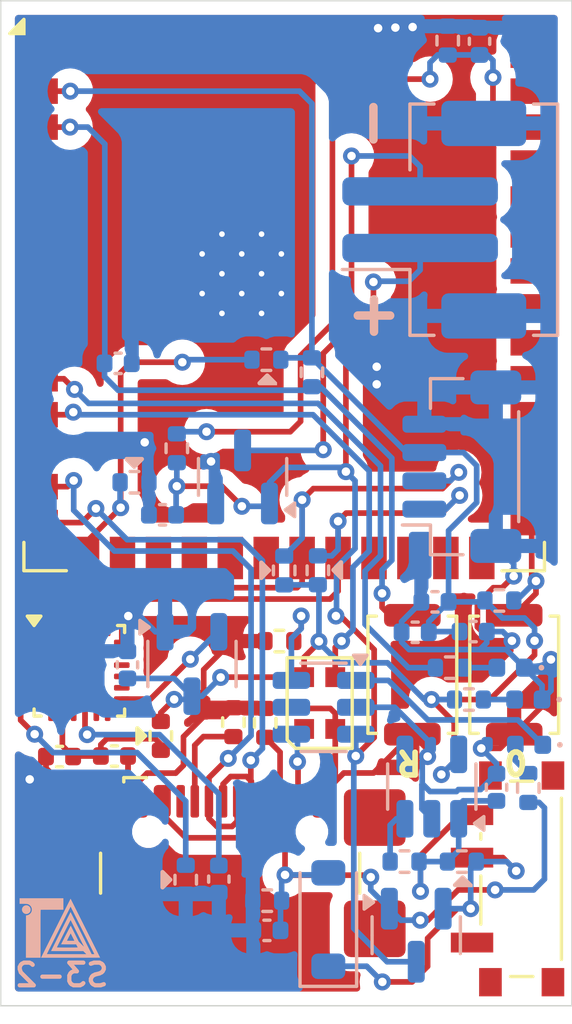
<source format=kicad_pcb>
(kicad_pcb (version 20240108) (generator "pcbnew") (generator_version "8.0")
  (layers (0 "F.Cu" signal) (31 "B.Cu" signal) (34 "B.Paste" user) (35 "F.Paste" user) (36 "B.SilkS" user "B.Silkscreen") (37 "F.SilkS" user "F.Silkscreen") (38 "B.Mask" user) (39 "F.Mask" user) (44 "Edge.Cuts" user))
  (net 0 "")
  (net 1 "EN")
  (net 2 "+1V8")
  (net 3 "Net-(U6-REGOUT)")
  (net 4 "+3.3V")
  (net 5 "5V")
  (net 6 "GND")
  (net 7 "IO2")
  (net 8 "+5V")
  (net 9 "Net-(D4-A)")
  (net 10 "+BATT")
  (net 11 "Net-(D2-A)")
  (net 13 "USB_P")
  (net 16 "Net-(J2-CC2)")
  (net 19 "USB_N")
  (net 21 "Net-(J2-CC1)")
  (net 22 "Net-(D3-A)")
  (net 23 "Net-(D4-K)")
  (net 24 "IO18")
  (net 25 "VBUS")
  (net 27 "IO14")
  (net 28 "IO13")
  (net 29 "Net-(J3-Pin_2)")
  (net 30 "IO0")
  (net 31 "IO3")
  (net 32 "Net-(U3-CE)")
  (net 33 "IO17")
  (net 34 "Net-(U4-PROG)")
  (net 36 "Net-(U6-RESV_VDDIO)")
  (footprint "RF_Module:ESP32-S3-WROOM-1" (layer "F.Cu") (at 67.875 63.46)
    (property "Reference" "U2" (hide yes))
    (property "Value" "ESP32-S3-WROOM-1" (hide yes))
  )
  (footprint "Resistor_SMD:R_0402_1005Metric" (layer "F.Cu") (at 67.205 81.785 90)
    (property "Reference" "R14" (hide yes))
    (property "Value" "5.1K" (hide yes))
  )
  (footprint "Button_Switch_SMD:SW_Push_SPST_NO_Alps_SKRK" (layer "F.Cu") (at 72.405 80.085 90)
    (property "Reference" "SW1" (hide yes))
    (property "Value" "SW_Push" (hide yes))
  )
  (footprint "Resistor_SMD:R_0402_1005Metric" (layer "F.Cu") (at 63.515 82.245 90)
    (property "Reference" "R16" (hide yes))
    (property "Value" "NC" (hide yes))
  )
  (footprint "Capacitor_SMD:C_0402_1005Metric" (layer "F.Cu") (at 61.875 82.955)
    (property "Reference" "C12" (hide yes))
    (property "Value" "1uF" (hide yes))
  )
  (footprint "Button_Switch_SMD:SW_SPDT_PCM12" (layer "F.Cu") (at 75.945 87.295 90)
    (property "Reference" "SW3" (hide yes))
    (property "Value" "SW_Push_SPDT" (hide yes))
  )
  (footprint "Sensor_Motion:InvenSense_QFN-24_3x3mm_P0.4mm" (layer "F.Cu") (at 60.635 79.945)
    (property "Reference" "U6" (hide yes))
    (property "Value" "MPU-9250" (hide yes))
  )
  (footprint "Resistor_SMD:R_0402_1005Metric" (layer "F.Cu") (at 67.705 78.895 180)
    (property "Reference" "R13" (hide yes))
    (property "Value" "2K" (hide yes))
  )
  (footprint "LED_SMD:LED_WS2812B-2020_PLCC4_2.0x2.0mm" (layer "F.Cu") (at 69.13 81.085 90)
    (property "Reference" "D5" (hide yes))
    (property "Value" "WS2812B" (hide yes))
  )
  (footprint "Button_Switch_SMD:SW_Push_SPST_NO_Alps_SKRK" (layer "F.Cu") (at 76.005 80.085 90)
    (property "Reference" "SW2" (hide yes))
    (property "Value" "SW_Push" (hide yes))
  )
  (footprint "Resistor_SMD:R_0402_1005Metric" (layer "F.Cu") (at 66.08 81.76 90)
    (property "Reference" "R15" (hide yes))
    (property "Value" "5.1K" (hide yes))
  )
  (footprint "Capacitor_SMD:C_0402_1005Metric" (layer "F.Cu") (at 59.935 82.975 180)
    (property "Reference" "C13" (hide yes))
    (property "Value" "1uF" (hide yes))
  )
  (footprint "Connector_USB:USB_C_Receptacle_GCT_USB4110" (layer "F.Cu") (at 65.965 88.235)
    (property "Reference" "J2" (hide yes))
    (property "Value" "USB_C_Receptacle_USB2.0_16P" (hide yes))
  )
  (footprint "Resistor_SMD:R_0402_1005Metric" (layer "B.Cu") (at 73.655 57.685 -90)
    (property "Reference" "R8" (hide yes))
    (property "Value" "100K" (hide yes))
  )
  (footprint "Resistor_SMD:R_0402_1005Metric" (layer "B.Cu") (at 74.155 86.685 180)
    (property "Reference" "R11" (hide yes))
    (property "Value" "NC" (hide yes))
  )
  (footprint "LOGO" (layer "B.Cu") (at 60.025 89.005 180)
    (property "Reference" "G***" (hide yes))
    (property "Value" "LOGO" (hide yes))
  )
  (footprint "Resistor_SMD:R_0402_1005Metric" (layer "B.Cu") (at 76.505 84.085 -90)
    (property "Reference" "R12" (hide yes))
    (property "Value" "2K" (hide yes))
  )
  (footprint "Package_TO_SOT_SMD:SOT-23" (layer "B.Cu") (at 72.5425 89.285 -90)
    (property "Reference" "Q1" (hide yes))
    (property "Value" "AO3401A" (hide yes))
  )
  (footprint "Capacitor_SMD:C_0402_1005Metric" (layer "B.Cu") (at 67.265 89.115)
    (property "Reference" "C9" (hide yes))
    (property "Value" "10uF" (hide yes))
  )
  (footprint "Resistor_SMD:R_0402_1005Metric" (layer "B.Cu") (at 67.875 76.4 90)
    (property "Reference" "R17" (hide yes))
    (property "Value" "10K" (hide yes))
  )
  (footprint "Capacitor_SMD:C_0402_1005Metric" (layer "B.Cu") (at 75.38 84.06 90)
    (property "Reference" "C4" (hide yes))
    (property "Value" "100nF" (hide yes))
  )
  (footprint "Resistor_SMD:R_0402_1005Metric" (layer "B.Cu") (at 74.405 80.96 180)
    (property "Reference" "R9" (hide yes))
    (property "Value" "2K" (hide yes))
  )
  (footprint "Connector_JST:JST_PH_B2B-PH-SM4-TB_1x02-1MP_P2.00mm_Vertical" (layer "B.Cu") (at 73.18 64.01 90)
    (property "Reference" "J3" (hide yes))
    (property "Value" "JST PH2.0" (hide yes))
  )
  (footprint "Resistor_SMD:R_0402_1005Metric" (layer "B.Cu") (at 64.395 87.325 -90)
    (property "Reference" "R19" (hide yes))
    (property "Value" "NC" (hide yes))
  )
  (footprint "Resistor_SMD:R_0402_1005Metric" (layer "B.Cu") (at 75.48 77.46 180)
    (property "Reference" "R3" (hide yes))
    (property "Value" "10K" (hide yes))
  )
  (footprint "LED_SMD:LED_0402_1005Metric" (layer "B.Cu") (at 76.505 80.96 180)
    (property "Reference" "D2" (hide yes))
    (property "Value" "RED" (hide yes))
  )
  (footprint "LED_SMD:LED_0402_1005Metric" (layer "B.Cu") (at 76.53 82.56 180)
    (property "Reference" "D4" (hide yes))
    (property "Value" "Blue" (hide yes))
  )
  (footprint "Package_TO_SOT_SMD:TSOT-23-6" (layer "B.Cu") (at 69.2675 81.235 180)
    (property "Reference" "U4" (hide yes))
    (property "Value" "TP4057" (hide yes))
  )
  (footprint "Capacitor_SMD:C_0402_1005Metric" (layer "B.Cu") (at 74.78 57.71 90)
    (property "Reference" "C5" (hide yes))
    (property "Value" "100nF" (hide yes))
  )
  (footprint "LED_SMD:LED_0402_1005Metric" (layer "B.Cu") (at 75.8775 79.835 180)
    (property "Reference" "D3" (hide yes))
    (property "Value" "GREEN" (hide yes))
  )
  (footprint "Package_TO_SOT_SMD:SOT-23-3" (layer "B.Cu") (at 64.615 79.705 -90)
    (property "Reference" "U5" (hide yes))
    (property "Value" "XC6206P182MR" (hide yes))
  )
  (footprint "Package_TO_SOT_SMD:SOT-23-5" (layer "B.Cu") (at 73.0925 84.035 90)
    (property "Reference" "U3" (hide yes))
    (property "Value" "ME6211C33M5" (hide yes))
  )
  (footprint "Resistor_SMD:R_0402_1005Metric" (layer "B.Cu") (at 68.855 69.4 90)
    (property "Reference" "R2" (hide yes))
    (property "Value" "10K" (hide yes))
  )
  (footprint "Resistor_SMD:R_0402_1005Metric" (layer "B.Cu") (at 73.73 79.835 180)
    (property "Reference" "R10" (hide yes))
    (property "Value" "2K" (hide yes))
  )
  (footprint "Resistor_SMD:R_0402_1005Metric" (layer "B.Cu") (at 62.585 73.285 180)
    (property "Reference" "R5" (hide yes))
    (property "Value" "NC" (hide yes))
  )
  (footprint "Capacitor_SMD:C_0402_1005Metric" (layer "B.Cu") (at 63.575 74.435 180)
    (property "Reference" "C10" (hide yes))
    (property "Value" "10uF" (hide yes))
  )
  (footprint "Resistor_SMD:R_0402_1005Metric" (layer "B.Cu") (at 67.275 88.065)
    (property "Reference" "R1" (hide yes))
    (property "Value" "10K" (hide yes))
  )
  (footprint "Capacitor_SMD:C_0402_1005Metric" (layer "B.Cu") (at 65.565 87.305 -90)
    (property "Reference" "C14" (hide yes))
    (property "Value" "0.1uF" (hide yes))
  )
  (footprint "Capacitor_SMD:C_0402_1005Metric" (layer "B.Cu") (at 62.005 69.085)
    (property "Reference" "C1" (hide yes))
    (property "Value" "1uF" (hide yes))
  )
  (footprint "Resistor_SMD:R_0402_1005Metric" (layer "B.Cu") (at 64.08 72.085 -90)
    (property "Reference" "R7" (hide yes))
    (property "Value" "100K" (hide yes))
  )
  (footprint "Capacitor_SMD:C_0402_1005Metric" (layer "B.Cu") (at 72.505 78.585 180)
    (property "Reference" "C8" (hide yes))
    (property "Value" "100nF" (hide yes))
  )
  (footprint "Resistor_SMD:R_0402_1005Metric" (layer "B.Cu") (at 72.13 86.685)
    (property "Reference" "R6" (hide yes))
    (property "Value" "10K" (hide yes))
  )
  (footprint "Capacitor_SMD:C_0402_1005Metric" (layer "B.Cu") (at 73.205 77.51 180)
    (property "Reference" "C7" (hide yes))
    (property "Value" "1uF" (hide yes))
  )
  (footprint "Resistor_SMD:R_0402_1005Metric" (layer "B.Cu") (at 69.065 76.395 -90)
    (property "Reference" "R18" (hide yes))
    (property "Value" "10K" (hide yes))
  )
  (footprint "Capacitor_SMD:C_0402_1005Metric" (layer "B.Cu") (at 74.555 78.56)
    (property "Reference" "C6" (hide yes))
    (property "Value" "100nF" (hide yes))
  )
  (footprint "Connector_JST:JST_SH_BM04B-SRSS-TB_1x04-1MP_P1.00mm_Vertical" (layer "B.Cu") (at 74.155 72.735 90)
    (property "Reference" "J1" (hide yes))
    (property "Value" "JST SH1.0" (hide yes))
  )
  (footprint "Package_TO_SOT_SMD:SOT-23" (layer "B.Cu") (at 66.405 73.0975 90)
    (property "Reference" "Q2" (hide yes))
    (property "Value" "AO3400A" (hide yes))
  )
  (footprint "Diode_SMD:D_SOD-123" (layer "B.Cu") (at 69.435 88.7325 90)
    (property "Reference" "D1" (hide yes))
    (property "Value" "MBR0530" (hide yes))
  )
  (footprint "Capacitor_SMD:C_0402_1005Metric" (layer "B.Cu") (at 62.335 79.735 90)
    (property "Reference" "C11" (hide yes))
    (property "Value" "1uF" (hide yes))
  )
  (footprint "Resistor_SMD:R_0402_1005Metric" (layer "B.Cu") (at 67.245 68.955)
    (property "Reference" "R4" (hide yes))
    (property "Value" "NC" (hide yes))
  )
  (gr_poly (pts (xy 74.185 87.245) (xy 74.455 87.515) (xy 73.915 87.515)) (stroke (width 0.15)) (fill solid) (layer "B.SilkS"))
  (gr_poly (pts (xy 69.615 76.385) (xy 69.885 76.115) (xy 69.885 76.655)) (stroke (width 0.15)) (fill solid) (layer "B.SilkS"))
  (gr_poly (pts (xy 67.275 69.515) (xy 67.545 69.785) (xy 67.005 69.785)) (stroke (width 0.15)) (fill solid) (layer "B.SilkS"))
  (gr_poly (pts (xy 62.575 72.735) (xy 62.305 72.465) (xy 62.845 72.465)) (stroke (width 0.15)) (fill solid) (layer "B.SilkS"))
  (gr_poly (pts (xy 63.845 87.325) (xy 63.575 87.595) (xy 63.575 87.055)) (stroke (width 0.15)) (fill solid) (layer "B.SilkS"))
  (gr_poly (pts (xy 67.335 76.395) (xy 67.065 76.665) (xy 67.065 76.125)) (stroke (width 0.15)) (fill solid) (layer "B.SilkS"))
  (gr_poly (pts (xy 62.955 82.245) (xy 62.685 81.975) (xy 62.685 82.515)) (stroke (width 0.15)) (fill solid) (layer "F.SilkS"))
  (gr_line (start 57.855 91.777499) (end 78.045 91.777499) (stroke (width 0.05)) (layer "Edge.Cuts"))
  (gr_line (start 57.855 91.777499) (end 57.855 56.275) (stroke (width 0.05)) (layer "Edge.Cuts"))
  (gr_line (start 78.045 56.275) (end 78.045 91.777499) (stroke (width 0.05)) (layer "Edge.Cuts"))
  (gr_line (start 78.045 56.275) (end 57.855 56.275) (stroke (width 0.05)) (layer "Edge.Cuts"))
  (gr_text "S3-2" (at 61.75 91.16 0) (layer "B.SilkS") (effects (font (size 0.8 0.8) (thickness 0.15) (bold yes)) (justify left bottom mirror)))
  (gr_text "-" (at 71.8 61.73 90) (layer "B.SilkS") (effects (font (size 1.5 1.5) (thickness 0.3) (bold yes)) (justify right bottom mirror)))
  (gr_text "+" (at 71.82 66.27 90) (layer "B.SilkS") (effects (font (size 1.5 1.5) (thickness 0.3) (bold yes)) (justify left bottom mirror)))
  (gr_text "0" (at 76.575 82.705 180) (layer "F.SilkS") (effects (font (size 0.8 0.8) (thickness 0.2) (bold yes)) (justify left bottom)))
  (gr_text "R" (at 72.825 82.715 180) (layer "F.SilkS") (effects (font (size 0.8 0.8) (thickness 0.2) (bold yes)) (justify left bottom)))
  (segment (start 71.335 77.705) (end 71.615 77.985) (width 0.2) (layer "F.Cu") (net 1))
  (segment (start 71.615 77.985) (end 72.405 77.985) (width 0.2) (layer "F.Cu") (net 1))
  (segment (start 59.125 60.74) (end 60.305 60.74) (width 0.2) (layer "F.Cu") (net 1))
  (segment (start 71.335 77.210002) (end 71.335 77.705) (width 0.2) (layer "F.Cu") (net 1))
  (via (at 60.305 60.74) (size 0.6) (drill 0.3) (layers "F.Cu" "B.Cu") (net 1))
  (via (at 71.335 77.210002) (size 0.6) (drill 0.3) (layers "F.Cu" "B.Cu") (net 1))
  (segment (start 60.935 60.74) (end 61.535 61.34) (width 0.2) (layer "B.Cu") (net 1))
  (segment (start 61.535 69.075) (end 61.525 69.085) (width 0.2) (layer "B.Cu") (net 1))
  (segment (start 68.73 70.035) (end 62.005 70.035) (width 0.2) (layer "B.Cu") (net 1))
  (segment (start 61.525 69.555) (end 61.525 69.085) (width 0.2) (layer "B.Cu") (net 1))
  (segment (start 69.155 69.91) (end 68.855 69.91) (width 0.2) (layer "B.Cu") (net 1))
  (segment (start 71.335 77.210002) (end 71.335 76.386372) (width 0.2) (layer "B.Cu") (net 1))
  (segment (start 60.305 60.74) (end 60.935 60.74) (width 0.2) (layer "B.Cu") (net 1))
  (segment (start 71.335 76.386372) (end 71.68 76.041372) (width 0.2) (layer "B.Cu") (net 1))
  (segment (start 71.68 72.435) (end 69.155 69.91) (width 0.2) (layer "B.Cu") (net 1))
  (segment (start 68.855 69.91) (end 68.73 70.035) (width 0.2) (layer "B.Cu") (net 1))
  (segment (start 71.68 76.041372) (end 71.68 72.435) (width 0.2) (layer "B.Cu") (net 1))
  (segment (start 62.005 70.035) (end 61.525 69.555) (width 0.2) (layer "B.Cu") (net 1))
  (segment (start 61.535 61.34) (end 61.535 69.075) (width 0.2) (layer "B.Cu") (net 1))
  (segment (start 60.435 82.955) (end 60.415 82.975) (width 0.2) (layer "F.Cu") (net 2))
  (segment (start 64.556719 79.53621) (end 63.147929 80.945) (width 0.2) (layer "F.Cu") (net 2))
  (segment (start 63.315 82.345) (end 61.605 82.345) (width 0.2) (layer "F.Cu") (net 2))
  (segment (start 61.395 82.555) (end 61.395 82.955) (width 0.2) (layer "F.Cu") (net 2))
  (segment (start 61.605 82.345) (end 61.395 82.555) (width 0.2) (layer "F.Cu") (net 2))
  (segment (start 63.515 82.545) (end 63.315 82.345) (width 0.2) (layer "F.Cu") (net 2))
  (segment (start 63.515 82.755) (end 63.515 82.545) (width 0.2) (layer "F.Cu") (net 2))
  (segment (start 60.415 82.975) (end 60.035 82.595) (width 0.2) (layer "F.Cu") (net 2))
  (segment (start 60.035 82.595) (end 60.035 81.445) (width 0.2) (layer "F.Cu") (net 2))
  (segment (start 61.395 82.955) (end 60.435 82.955) (width 0.2) (layer "F.Cu") (net 2))
  (segment (start 63.147929 80.945) (end 62.135 80.945) (width 0.2) (layer "F.Cu") (net 2))
  (via (at 64.556719 79.53621) (size 0.6) (drill 0.3) (layers "F.Cu" "B.Cu") (net 2))
  (segment (start 65.525429 78.5675) (end 64.556719 79.53621) (width 0.2) (layer "B.Cu") (net 2))
  (segment (start 65.565 78.5675) (end 65.525429 78.5675) (width 0.2) (layer "B.Cu") (net 2))
  (segment (start 60.835 81.445) (end 60.835 82.12315) (width 0.2) (layer "F.Cu") (net 3))
  (segment (start 60.835 82.12315) (end 60.911527 82.199677) (width 0.2) (layer "F.Cu") (net 3))
  (via (at 60.911527 82.199677) (size 0.6) (drill 0.3) (layers "F.Cu" "B.Cu") (net 3))
  (segment (start 63.469677 82.199677) (end 65.565 84.295) (width 0.2) (layer "B.Cu") (net 3))
  (segment (start 65.565 84.295) (end 65.565 86.825) (width 0.2) (layer "B.Cu") (net 3))
  (segment (start 60.911527 82.199677) (end 63.469677 82.199677) (width 0.2) (layer "B.Cu") (net 3))
  (segment (start 68.58 79.468924) (end 68.58 80.17) (width 0.2) (layer "F.Cu") (net 4))
  (segment (start 63.515 81.426458) (end 63.985729 80.955729) (width 0.2) (layer "F.Cu") (net 4))
  (segment (start 75.15 80.96) (end 73.08 80.96) (width 0.2) (layer "F.Cu") (net 4))
  (segment (start 65.639298 80.17) (end 68.58 80.17) (width 0.2) (layer "F.Cu") (net 4))
  (segment (start 73.885 81.765) (end 73.08 80.96) (width 0.2) (layer "F.Cu") (net 4))
  (segment (start 73.431595 83.61) (end 73.885 83.156595) (width 0.2) (layer "F.Cu") (net 4))
  (segment (start 69.103723 78.906453) (end 69.103723 78.945201) (width 0.2) (layer "F.Cu") (net 4))
  (segment (start 65.63 80.179298) (end 65.639298 80.17) (width 0.2) (layer "F.Cu") (net 4))
  (segment (start 63.515 81.735) (end 63.515 81.426458) (width 0.2) (layer "F.Cu") (net 4))
  (segment (start 69.103723 78.945201) (end 68.58 79.468924) (width 0.2) (layer "F.Cu") (net 4))
  (segment (start 73.885 83.156595) (end 73.885 81.765) (width 0.2) (layer "F.Cu") (net 4))
  (segment (start 59.125 59.47) (end 60.315 59.47) (width 0.2) (layer "F.Cu") (net 4))
  (segment (start 76.72517 78.885) (end 76.72517 79.38483) (width 0.2) (layer "F.Cu") (net 4))
  (segment (start 76.72517 79.38483) (end 75.15 80.96) (width 0.2) (layer "F.Cu") (net 4))
  (via (at 73.431595 83.61) (size 0.6) (drill 0.3) (layers "F.Cu" "B.Cu") (net 4))
  (via (at 63.985729 80.955729) (size 0.6) (drill 0.3) (layers "F.Cu" "B.Cu") (net 4))
  (via (at 76.72517 78.885) (size 0.6) (drill 0.3) (layers "F.Cu" "B.Cu") (net 4))
  (via (at 65.63 80.179298) (size 0.6) (drill 0.3) (layers "F.Cu" "B.Cu") (net 4))
  (via (at 73.08 80.96) (size 0.6) (drill 0.3) (layers "F.Cu" "B.Cu") (net 4))
  (via (at 69.103723 78.906453) (size 0.6) (drill 0.3) (layers "F.Cu" "B.Cu") (net 4))
  (via (at 60.315 59.47) (size 0.6) (drill 0.3) (layers "F.Cu" "B.Cu") (net 4))
  (segment (start 74.0425 82.8975) (end 74.0425 82.999095) (width 0.2) (layer "B.Cu") (net 4))
  (segment (start 76.37 78.08) (end 75.59 78.08) (width 0.2) (layer "B.Cu") (net 4))
  (segment (start 63.9875 80.215) (end 64.615 80.8425) (width 0.2) (layer "B.Cu") (net 4))
  (segment (start 72.985 78.21) (end 73.685 77.51) (width 0.2) (layer "B.Cu") (net 4))
  (segment (start 74.0425 82.999095) (end 73.431595 83.61) (width 0.2) (layer "B.Cu") (net 4))
  (segment (start 72.985 78.585) (end 72.985 78.21) (width 0.2) (layer "B.Cu") (net 4))
  (segment (start 74.215 72.235) (end 72.83 72.235) (width 0.2) (layer "B.Cu") (net 4))
  (segment (start 63.985729 80.955729) (end 64.501771 80.955729) (width 0.2) (layer "B.Cu") (net 4))
  (segment (start 62.335 80.215) (end 63.9875 80.215) (width 0.2) (layer "B.Cu") (net 4))
  (segment (start 68.855 68.89) (end 72.2 72.235) (width 0.2) (layer "B.Cu") (net 4))
  (segment (start 69.103723 78.943328) (end 69.103723 78.906453) (width 0.2) (layer "B.Cu") (net 4))
  (segment (start 76.72517 78.885) (end 76.72517 78.43517) (width 0.2) (layer "B.Cu") (net 4))
  (segment (start 76.72517 78.43517) (end 76.37 78.08) (width 0.2) (layer "B.Cu") (net 4))
  (segment (start 73.685 77.51) (end 73.685 74.995) (width 0.2) (layer "B.Cu") (net 4))
  (segment (start 64.501771 80.955729) (end 64.615 80.8425) (width 0.2) (layer "B.Cu") (net 4))
  (segment (start 74.92 77.51) (end 73.685 77.51) (width 0.2) (layer "B.Cu") (net 4))
  (segment (start 68.855 68.89) (end 67.82 68.89) (width 0.2) (layer "B.Cu") (net 4))
  (segment (start 74.97 77.46) (end 74.92 77.51) (width 0.2) (layer "B.Cu") (net 4))
  (segment (start 68.415 59.47) (end 68.855 59.91) (width 0.2) (layer "B.Cu") (net 4))
  (segment (start 65.63 80.179298) (end 64.966798 80.8425) (width 0.2) (layer "B.Cu") (net 4))
  (segment (start 73.08 80.96) (end 72.824314 80.96) (width 0.2) (layer "B.Cu") (net 4))
  (segment (start 71.527157 79.662843) (end 69.823238 79.662843) (width 0.2) (layer "B.Cu") (net 4))
  (segment (start 64.966798 80.8425) (end 64.615 80.8425) (width 0.2) (layer "B.Cu") (net 4))
  (segment (start 68.855 59.91) (end 68.855 68.89) (width 0.2) (layer "B.Cu") (net 4))
  (segment (start 73.895 80.96) (end 73.08 80.96) (width 0.2) (layer "B.Cu") (net 4))
  (segment (start 74.075 78.56) (end 73.01 78.56) (width 0.2) (layer "B.Cu") (net 4))
  (segment (start 75.59 78.08) (end 74.97 77.46) (width 0.2) (layer "B.Cu") (net 4))
  (segment (start 73.01 78.56) (end 72.985 78.585) (width 0.2) (layer "B.Cu") (net 4))
  (segment (start 72.2 72.235) (end 72.83 72.235) (width 0.2) (layer "B.Cu") (net 4))
  (segment (start 67.875 76.91) (end 69.05 76.91) (width 0.2) (layer "B.Cu") (net 4))
  (segment (start 73.685 74.995) (end 74.678299 74.001701) (width 0.2) (layer "B.Cu") (net 4))
  (segment (start 67.82 68.89) (end 67.755 68.955) (width 0.2) (layer "B.Cu") (net 4))
  (segment (start 74.678299 72.698299) (end 74.215 72.235) (width 0.2) (layer "B.Cu") (net 4))
  (segment (start 69.05 76.91) (end 69.103723 76.963723) (width 0.2) (layer "B.Cu") (net 4))
  (segment (start 60.315 59.47) (end 68.415 59.47) (width 0.2) (layer "B.Cu") (net 4))
  (segment (start 69.103723 76.963723) (end 69.103723 78.906453) (width 0.2) (layer "B.Cu") (net 4))
  (segment (start 69.823238 79.662843) (end 69.103723 78.943328) (width 0.2) (layer "B.Cu") (net 4))
  (segment (start 74.678299 74.001701) (end 74.678299 72.698299) (width 0.2) (layer "B.Cu") (net 4))
  (segment (start 72.824314 80.96) (end 71.527157 79.662843) (width 0.2) (layer "B.Cu") (net 4))
  (segment (start 74.515 85.045) (end 74.115 85.045) (width 0.2) (layer "F.Cu") (net 5))
  (segment (start 74.115 85.045) (end 72.692609 86.467391) (width 0.2) (layer "F.Cu") (net 5))
  (segment (start 72.692609 86.467391) (end 72.692609 87.73474) (width 0.2) (layer "F.Cu") (net 5))
  (via (at 72.692609 87.73474) (size 0.6) (drill 0.3) (layers "F.Cu" "B.Cu") (net 5))
  (segment (start 74.0425 85.11) (end 74.0425 85.1725) (width 0.2) (layer "B.Cu") (net 5))
  (segment (start 75.38 84.54) (end 74.2 84.54) (width 0.2) (layer "B.Cu") (net 5))
  (segment (start 74.0425 84.6975) (end 74.0425 85.11) (width 0.2) (layer "B.Cu") (net 5))
  (segment (start 72.64 86.685) (end 73.645 86.685) (width 0.2) (layer "B.Cu") (net 5))
  (segment (start 74.2 84.54) (end 74.0425 84.6975) (width 0.2) (layer "B.Cu") (net 5))
  (segment (start 72.692609 87.73474) (end 72.692609 86.737609) (width 0.2) (layer "B.Cu") (net 5))
  (segment (start 72.692609 86.737609) (end 72.64 86.685) (width 0.2) (layer "B.Cu") (net 5))
  (segment (start 74.0425 86.2875) (end 73.645 86.685) (width 0.2) (layer "B.Cu") (net 5))
  (segment (start 74.0425 85.1725) (end 74.0425 86.2875) (width 0.2) (layer "B.Cu") (net 5))
  (segment (start 62.135 77.865) (end 62.135 78.945) (width 0.2) (layer "F.Cu") (net 6))
  (segment (start 59.455 82.975) (end 59.455 83.505) (width 0.2) (layer "F.Cu") (net 6))
  (segment (start 67.205 81.275) (end 69.505 81.275) (width 0.2) (layer "F.Cu") (net 6))
  (segment (start 62.355 82.955) (end 62.355 84.145) (width 0.2) (layer "F.Cu") (net 6))
  (segment (start 64.04 83.56) (end 64.315 83.285) (width 0.2) (layer "F.Cu") (net 6))
  (segment (start 62.365 78.009999) (end 62.279999 78.009999) (width 0.2) (layer "F.Cu") (net 6))
  (segment (start 59.655 83.585) (end 62.255 83.585) (width 0.2) (layer "F.Cu") (net 6))
  (segment (start 59.455 83.505) (end 59.18 83.78) (width 0.2) (layer "F.Cu") (net 6))
  (segment (start 64.315 82.275) (end 65.03 81.56) (width 0.2) (layer "F.Cu") (net 6))
  (segment (start 62.08 77.81) (end 62.135 77.865) (width 0.2) (layer "F.Cu") (net 6))
  (segment (start 75.505002 82.684998) (end 76.005 82.185) (width 0.2) (layer "F.Cu") (net 6))
  (segment (start 75.579178 77.01) (end 75.987508 76.60167) (width 0.2) (layer "F.Cu") (net 6))
  (segment (start 59.18 83.78) (end 58.88 83.78) (width 0.2) (layer "F.Cu") (net 6))
  (segment (start 69.98 83.555) (end 69.68 83.855) (width 0.2) (layer "F.Cu") (net 6))
  (segment (start 72.945 82.975) (end 72.945 82.725) (width 0.2) (layer "F.Cu") (net 6))
  (segment (start 62.355 83.485) (end 62.355 82.955) (width 0.2) (layer "F.Cu") (net 6))
  (segment (start 64.315 83.285) (end 64.315 82.275) (width 0.2) (layer "F.Cu") (net 6))
  (segment (start 74.8425 82.684998) (end 75.505002 82.684998) (width 0.2) (layer "F.Cu") (net 6))
  (segment (start 62.279999 78.009999) (end 62.08 77.81) (width 0.2) (layer "F.Cu") (net 6))
  (segment (start 71.035 83.555) (end 69.98 83.555) (width 0.2) (layer "F.Cu") (net 6))
  (segment (start 74.705 78.397648) (end 74.705 77.57) (width 0.2) (layer "F.Cu") (net 6))
  (segment (start 63.03 83.56) (end 64.04 83.56) (width 0.2) (layer "F.Cu") (net 6))
  (segment (start 65.89 79.045) (end 65.03 79.905) (width 0.2) (layer "F.Cu") (net 6))
  (segment (start 65.03 79.905) (end 65.03 81.56) (width 0.2) (layer "F.Cu") (net 6))
  (segment (start 74.705 77.57) (end 75.265 77.01) (width 0.2) (layer "F.Cu") (net 6))
  (segment (start 69.68 83.855) (end 69.68 82) (width 0.2) (layer "F.Cu") (net 6))
  (segment (start 61.235 78.445) (end 61.235 77.925) (width 0.2) (layer "F.Cu") (net 6))
  (segment (start 65.03 81.56) (end 65.77 81.56) (width 0.2) (layer "F.Cu") (net 6))
  (segment (start 59.455 82.975) (end 59.455 83.385) (width 0.2) (layer "F.Cu") (net 6))
  (segment (start 77.305 79.545) (end 77.305 80.885) (width 0.2) (layer "F.Cu") (net 6))
  (segment (start 69.68 81.45) (end 69.68 82) (width 0.2) (layer "F.Cu") (net 6))
  (segment (start 67.045 79.045) (end 67.195 78.895) (width 0.2) (layer "F.Cu") (net 6))
  (segment (start 75.925167 78.885) (end 75.192352 78.885) (width 0.2) (layer "F.Cu") (net 6))
  (segment (start 75.265 77.01) (end 75.579178 77.01) (width 0.2) (layer "F.Cu") (net 6))
  (segment (start 72.405 82.185) (end 71.035 83.555) (width 0.2) (layer "F.Cu") (net 6))
  (segment (start 62.355 84.145) (end 62.765 84.555) (width 0.2) (layer "F.Cu") (net 6))
  (segment (start 62.765 84.555) (end 62.765 83.825) (width 0.2) (layer "F.Cu") (net 6))
  (segment (start 69.505 81.275) (end 69.68 81.45) (width 0.2) (layer "F.Cu") (net 6))
  (segment (start 65.77 81.56) (end 66.08 81.25) (width 0.2) (layer "F.Cu") (net 6))
  (segment (start 61.35 77.81) (end 62.08 77.81) (width 0.2) (layer "F.Cu") (net 6))
  (segment (start 59.455 83.385) (end 59.655 83.585) (width 0.2) (layer "F.Cu") (net 6))
  (segment (start 61.235 77.925) (end 61.35 77.81) (width 0.2) (layer "F.Cu") (net 6))
  (segment (start 72.945 82.725) (end 72.405 82.185) (width 0.2) (layer "F.Cu") (net 6))
  (segment (start 75.192352 78.885) (end 74.705 78.397648) (width 0.2) (layer "F.Cu") (net 6))
  (segment (start 62.765 83.825) (end 63.03 83.56) (width 0.2) (layer "F.Cu") (net 6))
  (segment (start 62.255 83.585) (end 62.355 83.485) (width 0.2) (layer "F.Cu") (net 6))
  (segment (start 65.89 79.045) (end 67.045 79.045) (width 0.2) (layer "F.Cu") (net 6))
  (segment (start 69.18 84.355) (end 69.68 83.855) (width 0.2) (layer "F.Cu") (net 6))
  (segment (start 77.305 80.885) (end 76.005 82.185) (width 0.2) (layer "F.Cu") (net 6))
  (via (at 75.925167 78.885) (size 0.6) (drill 0.3) (layers "F.Cu" "B.Cu") (net 6))
  (via (at 62.365 78.009999) (size 0.6) (drill 0.3) (layers "F.Cu" "B.Cu") (net 6))
  (via (at 71.145 69.205) (size 0.6) (drill 0.3) (layers "F.Cu" "B.Cu") (net 6))
  (via (at 71.805 57.225) (size 0.6) (drill 0.3) (layers "F.Cu" "B.Cu") (net 6))
  (via (at 58.88 83.78) (size 0.6) (drill 0.3) (layers "F.Cu" "B.Cu") (net 6))
  (via (at 75.987508 76.60167) (size 0.6) (drill 0.3) (layers "F.Cu" "B.Cu") (net 6))
  (via (at 65.29 72.55) (size 0.6) (drill 0.3) (layers "F.Cu" "B.Cu") (net 6))
  (via (at 77.305 79.545) (size 0.6) (drill 0.3) (layers "F.Cu" "B.Cu") (net 6))
  (via (at 72.415 57.205) (size 0.6) (drill 0.3) (layers "F.Cu" "B.Cu") (net 6))
  (via (at 74.8425 82.684998) (size 0.6) (drill 0.3) (layers "F.Cu" "B.Cu") (net 6))
  (via (at 71.145 69.825) (size 0.6) (drill 0.3) (layers "F.Cu" "B.Cu") (net 6))
  (via (at 71.195 57.245) (size 0.6) (drill 0.3) (layers "F.Cu" "B.Cu") (net 6))
  (via (at 72.945 82.975) (size 0.6) (drill 0.3) (layers "F.Cu" "B.Cu") (net 6))
  (via (at 62.945 71.875) (size 0.6) (drill 0.3) (layers "F.Cu" "B.Cu") (net 6))
  (segment (start 62.365 78.009999) (end 62.769999 78.009999) (width 0.2) (layer "B.Cu") (net 6))
  (segment (start 74.034315 84.14) (end 73.964315 84.21) (width 0.2) (layer "B.Cu") (net 6))
  (segment (start 75.987508 76.60167) (end 75.987508 76.167508) (width 0.2) (layer "B.Cu") (net 6))
  (segment (start 63.3275 78.5675) (end 63.665 78.5675) (width 0.2) (layer "B.Cu") (net 6))
  (segment (start 73.0925 85.1725) (end 72.7425 84.8225) (width 0.2) (layer "B.Cu") (net 6))
  (segment (start 73.03 84.21) (end 72.765 83.945) (width 0.2) (layer "B.Cu") (net 6))
  (segment (start 76.3625 79.835) (end 75.7225 79.195) (width 0.2) (layer "B.Cu") (net 6))
  (segment (start 72.755 83.935) (end 72.765 83.945) (width 0.2) (layer "B.Cu") (net 6))
  (segment (start 72.945 82.975) (end 72.755 83.165) (width 0.2) (layer "B.Cu") (net 6))
  (segment (start 62.335 78.039999) (end 62.365 78.009999) (width 0.2) (layer "B.Cu") (net 6))
  (segment (start 75.38 83.222498) (end 74.8425 82.684998) (width 0.2) (layer "B.Cu") (net 6))
  (segment (start 62.769999 78.009999) (end 63.3275 78.5675) (width 0.2) (layer "B.Cu") (net 6))
  (segment (start 76.99 80.96) (end 76.99 80.4625) (width 0.2) (layer "B.Cu") (net 6))
  (segment (start 72.025 78.585) (end 72.025 78.21) (width 0.2) (layer "B.Cu") (net 6))
  (segment (start 75.035 78.955) (end 75.035 78.56) (width 0.2) (layer "B.Cu") (net 6))
  (segment (start 72.7425 83.9675) (end 72.765 83.945) (width 0.2) (layer "B.Cu") (net 6))
  (segment (start 72.7425 84.8225) (end 72.7425 83.9675) (width 0.2) (layer "B.Cu") (net 6))
  (segment (start 71.783052 81.235) (end 70.405 81.235) (width 0.2) (layer "B.Cu") (net 6))
  (segment (start 72.025 78.93) (end 72.29 79.195) (width 0.2) (layer "B.Cu") (net 6))
  (segment (start 74.82 84.14) (end 74.034315 84.14) (width 0.2) (layer "B.Cu") (net 6))
  (segment (start 62.335 79.255) (end 62.335 78.039999) (width 0.2) (layer "B.Cu") (net 6))
  (segment (start 75.7225 79.195) (end 74.795 79.195) (width 0.2) (layer "B.Cu") (net 6))
  (segment (start 75.987508 76.167508) (end 75.355 75.535) (width 0.2) (layer "B.Cu") (net 6))
  (segment (start 73.964315 84.21) (end 73.03 84.21) (width 0.2) (layer "B.Cu") (net 6))
  (segment (start 75.035 78.56) (end 75.600167 78.56) (width 0.2) (layer "B.Cu") (net 6))
  (segment (start 76.99 80.4625) (end 76.3625 79.835) (width 0.2) (layer "B.Cu") (net 6))
  (segment (start 72.755 83.165) (end 72.755 83.935) (width 0.2) (layer "B.Cu") (net 6))
  (segment (start 74.795 79.195) (end 75.035 78.955) (width 0.2) (layer "B.Cu") (net 6))
  (segment (start 72.29 79.195) (end 74.795 79.195) (width 0.2) (layer "B.Cu") (net 6))
  (segment (start 77.305 79.545) (end 77.305 80.645) (width 0.2) (layer "B.Cu") (net 6))
  (segment (start 75.38 83.58) (end 75.38 83.222498) (width 0.2) (layer "B.Cu") (net 6))
  (segment (start 72.025 78.585) (end 72.025 78.93) (width 0.2) (layer "B.Cu") (net 6))
  (segment (start 75.38 83.58) (end 74.82 84.14) (width 0.2) (layer "B.Cu") (net 6))
  (segment (start 72.945 82.975) (end 72.945 82.396948) (width 0.2) (layer "B.Cu") (net 6))
  (segment (start 75.600167 78.56) (end 75.925167 78.885) (width 0.2) (layer "B.Cu") (net 6))
  (segment (start 72.025 78.21) (end 72.725 77.51) (width 0.2) (layer "B.Cu") (net 6))
  (segment (start 77.305 80.645) (end 76.99 80.96) (width 0.2) (layer "B.Cu") (net 6))
  (segment (start 72.945 82.396948) (end 71.783052 81.235) (width 0.2) (layer "B.Cu") (net 6))
  (segment (start 75.255 58.985) (end 75.255 60.635) (width 0.2) (layer "F.Cu") (net 7))
  (segment (start 68.09 71.5) (end 65.13 71.5) (width 0.2) (layer "F.Cu") (net 7))
  (segment (start 73.03 59.045) (end 69.87 59.045) (width 0.2) (layer "F.Cu") (net 7))
  (segment (start 75.36 60.74) (end 76.625 60.74) (width 0.2) (layer "F.Cu") (net 7))
  (segment (start 75.255 60.635) (end 75.36 60.74) (width 0.2) (layer "F.Cu") (net 7))
  (segment (start 69.58 67.685) (end 68.455 68.81) (width 0.2) (layer "F.Cu") (net 7))
  (segment (start 68.455 68.81) (end 68.455 71.135) (width 0.2) (layer "F.Cu") (net 7))
  (segment (start 68.455 71.135) (end 68.09 71.5) (width 0.2) (layer "F.Cu") (net 7))
  (segment (start 69.87 59.045) (end 69.58 59.335) (width 0.2) (layer "F.Cu") (net 7))
  (segment (start 69.58 59.335) (end 69.58 67.685) (width 0.2) (layer "F.Cu") (net 7))
  (via (at 65.13 71.5) (size 0.6) (drill 0.3) (layers "F.Cu" "B.Cu") (net 7))
  (via (at 73.03 59.045) (size 0.6) (drill 0.3) (layers "F.Cu" "B.Cu") (net 7))
  (via (at 75.255 58.985) (size 0.6) (drill 0.3) (layers "F.Cu" "B.Cu") (net 7))
  (segment (start 74.78 58.19) (end 73.3 58.19) (width 0.2) (layer "B.Cu") (net 7))
  (segment (start 75.255 58.385) (end 75.06 58.19) (width 0.2) (layer "B.Cu") (net 7))
  (segment (start 73.03 58.46) (end 73.03 59.045) (width 0.2) (layer "B.Cu") (net 7))
  (segment (start 75.255 58.985) (end 75.255 58.385) (width 0.2) (layer "B.Cu") (net 7))
  (segment (start 64.155 71.5) (end 64.08 71.575) (width 0.2) (layer "B.Cu") (net 7))
  (segment (start 65.13 71.5) (end 64.155 71.5) (width 0.2) (layer "B.Cu") (net 7))
  (segment (start 73.3 58.19) (end 73.03 58.46) (width 0.2) (layer "B.Cu") (net 7))
  (segment (start 75.06 58.19) (end 74.78 58.19) (width 0.2) (layer "B.Cu") (net 7))
  (segment (start 72.945 90.385) (end 72.945 89.395) (width 0.2) (layer "F.Cu") (net 8))
  (segment (start 72.945 89.395) (end 73.9925 88.3475) (width 0.2) (layer "F.Cu") (net 8))
  (segment (start 71.345 90.935) (end 72.395 90.935) (width 0.2) (layer "F.Cu") (net 8))
  (segment (start 75.605 86.545) (end 74.515 86.545) (width 0.2) (layer "F.Cu") (net 8))
  (segment (start 72.395 90.935) (end 72.945 90.385) (width 0.2) (layer "F.Cu") (net 8))
  (segment (start 76.075 87.015) (end 75.605 86.545) (width 0.2) (layer "F.Cu") (net 8))
  (segment (start 73.9925 88.3475) (end 74.4675 88.3475) (width 0.2) (layer "F.Cu") (net 8))
  (via (at 76.075 87.015) (size 0.6) (drill 0.3) (layers "F.Cu" "B.Cu") (net 8))
  (via (at 74.4675 88.3475) (size 0.6) (drill 0.3) (layers "F.Cu" "B.Cu") (net 8))
  (via (at 71.345 90.935) (size 0.6) (drill 0.3) (layers "F.Cu" "B.Cu") (net 8))
  (segment (start 69.435 90.3825) (end 70.7925 90.3825) (width 0.2) (layer "B.Cu") (net 8))
  (segment (start 70.7925 90.3825) (end 71.345 90.935) (width 0.2) (layer "B.Cu") (net 8))
  (segment (start 75.745 86.685) (end 76.075 87.015) (width 0.2) (layer "B.Cu") (net 8))
  (segment (start 73.4925 88.3475) (end 74.4675 88.3475) (width 0.2) (layer "B.Cu") (net 8))
  (segment (start 74.4675 86.8825) (end 74.665 86.685) (width 0.2) (layer "B.Cu") (net 8))
  (segment (start 74.4675 88.3475) (end 74.4675 86.8825) (width 0.2) (layer "B.Cu") (net 8))
  (segment (start 74.665 86.685) (end 75.745 86.685) (width 0.2) (layer "B.Cu") (net 8))
  (segment (start 76.045 82.56) (end 76.045 83.115) (width 0.2) (layer "B.Cu") (net 9))
  (segment (start 76.045 83.115) (end 76.505 83.575) (width 0.2) (layer "B.Cu") (net 9))
  (segment (start 71.055 82.305) (end 70.405 82.955) (width 0.2) (layer "F.Cu") (net 10))
  (segment (start 64.08 73.425) (end 65.67 73.425) (width 0.2) (layer "F.Cu") (net 10))
  (segment (start 70.056472 68.558528) (end 71.03 67.585) (width 0.2) (layer "F.Cu") (net 10))
  (segment (start 71.03 67.585) (end 71.03 66.21) (width 0.2) (layer "F.Cu") (net 10))
  (segment (start 71.055 79.197547) (end 71.055 82.305) (width 0.2) (layer "F.Cu") (net 10))
  (segment (start 65.67 73.425) (end 66.38 74.135) (width 0.2) (layer "F.Cu") (net 10))
  (segment (start 70.056472 72.91) (end 70.056472 68.558528) (width 0.2) (layer "F.Cu") (net 10))
  (segment (start 69.867453 78.01) (end 71.055 79.197547) (width 0.2) (layer "F.Cu") (net 10))
  (segment (start 69.703723 78.01) (end 69.867453 78.01) (width 0.2) (layer "F.Cu") (net 10))
  (via (at 66.38 74.135) (size 0.6) (drill 0.3) (layers "F.Cu" "B.Cu") (net 10))
  (via (at 71.03 66.21) (size 0.6) (drill 0.3) (layers "F.Cu" "B.Cu") (net 10))
  (via (at 70.056472 72.91) (size 0.6) (drill 0.3) (layers "F.Cu" "B.Cu") (net 10))
  (via (at 70.405 82.955) (size 0.6) (drill 0.3) (layers "F.Cu" "B.Cu") (net 10))
  (via (at 64.08 73.425) (size 0.6) (drill 0.3) (layers "F.Cu" "B.Cu") (net 10))
  (via (at 69.703723 78.01) (size 0.6) (drill 0.3) (layers "F.Cu" "B.Cu") (net 10))
  (segment (start 70.38 75.625686) (end 70.38 73.233528) (width 0.2) (layer "B.Cu") (net 10))
  (segment (start 67.355 73.297501) (end 67.891766 72.760735) (width 0.2) (layer "B.Cu") (net 10))
  (segment (start 69.703723 78.01) (end 69.725 77.988723) (width 0.2) (layer "B.Cu") (net 10))
  (segment (start 64.08 73.425) (end 64.055 73.45) (width 0.2) (layer "B.Cu") (net 10))
  (segment (start 70.38 73.233528) (end 70.056472 72.91) (width 0.2) (layer "B.Cu") (net 10))
  (segment (start 71.03 66.21) (end 71.055 66.185) (width 0.2) (layer "B.Cu") (net 10))
  (segment (start 71.055 66.185) (end 72.28 66.185) (width 0.2) (layer "B.Cu") (net 10))
  (segment (start 67.355 74.035) (end 67.355 73.297501) (width 0.2) (layer "B.Cu") (net 10))
  (segment (start 69.907207 72.760735) (end 70.056472 72.91) (width 0.2) (layer "B.Cu") (net 10))
  (segment (start 67.891766 72.760735) (end 69.907207 72.760735) (width 0.2) (layer "B.Cu") (net 10))
  (segment (start 69.725 76.280686) (end 70.38 75.625686) (width 0.2) (layer "B.Cu") (net 10))
  (segment (start 69.725 77.988723) (end 69.725 76.280686) (width 0.2) (layer "B.Cu") (net 10))
  (segment (start 70.335 83.025) (end 70.335 89.045) (width 0.2) (layer "B.Cu") (net 10))
  (segment (start 64.055 73.45) (end 64.055 74.435) (width 0.2) (layer "B.Cu") (net 10))
  (segment (start 64.08 73.425) (end 64.08 72.595) (width 0.2) (layer "B.Cu") (net 10))
  (segment (start 70.405 82.955) (end 70.335 83.025) (width 0.2) (layer "B.Cu") (net 10))
  (segment (start 72.28 66.185) (end 72.68 65.785) (width 0.2) (layer "B.Cu") (net 10))
  (segment (start 67.255 74.135) (end 67.355 74.035) (width 0.2) (layer "B.Cu") (net 10))
  (segment (start 70.405 82.955) (end 70.405 82.185) (width 0.2) (layer "B.Cu") (net 10))
  (segment (start 70.335 89.045) (end 71.5125 90.2225) (width 0.2) (layer "B.Cu") (net 10))
  (segment (start 71.5125 90.2225) (end 72.5425 90.2225) (width 0.2) (layer "B.Cu") (net 10))
  (segment (start 72.68 65.785) (end 72.68 65.01) (width 0.2) (layer "B.Cu") (net 10))
  (segment (start 66.38 74.135) (end 67.255 74.135) (width 0.2) (layer "B.Cu") (net 10))
  (segment (start 74.915 80.96) (end 76.02 80.96) (width 0.2) (layer "B.Cu") (net 11))
  (segment (start 65.98259 83.68) (end 66.54741 83.68) (width 0.2) (layer "F.Cu") (net 13))
  (segment (start 66.695 84.535) (end 66.715 84.555) (width 0.2) (layer "F.Cu") (net 13))
  (segment (start 65.715 83.94759) (end 65.98259 83.68) (width 0.2) (layer "F.Cu") (net 13))
  (segment (start 65.73 84.355) (end 65.73 84.54) (width 0.2) (layer "F.Cu") (net 13))
  (segment (start 66.54741 83.68) (end 66.715 83.84759) (width 0.2) (layer "F.Cu") (net 13))
  (segment (start 61.220148 74.211323) (end 60.721471 74.71) (width 0.2) (layer "F.Cu") (net 13))
  (segment (start 60.721471 74.71) (end 59.125 74.71) (width 0.2) (layer "F.Cu") (net 13))
  (segment (start 66.695 83.105) (end 66.695 84.535) (width 0.2) (layer "F.Cu") (net 13))
  (segment (start 66.715 83.84759) (end 66.715 84.555) (width 0.2) (layer "F.Cu") (net 13))
  (segment (start 65.715 84.555) (end 65.715 83.94759) (width 0.2) (layer "F.Cu") (net 13))
  (segment (start 65.73 84.54) (end 65.715 84.555) (width 0.2) (layer "F.Cu") (net 13))
  (via (at 66.695 83.105) (size 0.6) (drill 0.3) (layers "F.Cu" "B.Cu") (net 13))
  (via (at 61.220148 74.211323) (size 0.6) (drill 0.3) (layers "F.Cu" "B.Cu") (net 13))
  (segment (start 61.220148 74.211323) (end 62.323825 75.315) (width 0.2) (layer "B.Cu") (net 13))
  (segment (start 67.105 76.055) (end 67.105 82.695) (width 0.2) (layer "B.Cu") (net 13))
  (segment (start 67.105 82.695) (end 66.695 83.105) (width 0.2) (layer "B.Cu") (net 13))
  (segment (start 62.323825 75.315) (end 66.365 75.315) (width 0.2) (layer "B.Cu") (net 13))
  (segment (start 66.365 75.315) (end 67.105 76.055) (width 0.2) (layer "B.Cu") (net 13))
  (segment (start 67.205 82.295) (end 67.73 82.82) (width 0.2) (layer "F.Cu") (net 16))
  (segment (start 67.73 82.82) (end 67.73 84.355) (width 0.2) (layer "F.Cu") (net 16))
  (segment (start 65.215 84.555) (end 65.215 85.16241) (width 0.2) (layer "F.Cu") (net 19))
  (segment (start 66.03241 85.445) (end 66.215 85.26241) (width 0.2) (layer "F.Cu") (net 19))
  (segment (start 65.215 85.16241) (end 65.49759 85.445) (width 0.2) (layer "F.Cu") (net 19))
  (segment (start 59.125 73.44) (end 60.22 73.44) (width 0.2) (layer "F.Cu") (net 19))
  (segment (start 65.49759 85.445) (end 66.03241 85.445) (width 0.2) (layer "F.Cu") (net 19))
  (segment (start 65.897644 83.04) (end 65.215 83.722644) (width 0.2) (layer "F.Cu") (net 19))
  (segment (start 60.22 73.44) (end 60.435 73.225) (width 0.2) (layer "F.Cu") (net 19))
  (segment (start 66.215 85.26241) (end 66.215 84.555) (width 0.2) (layer "F.Cu") (net 19))
  (segment (start 65.215 83.722644) (end 65.215 84.555) (width 0.2) (layer "F.Cu") (net 19))
  (via (at 65.897644 83.04) (size 0.6) (drill 0.3) (layers "F.Cu" "B.Cu") (net 19))
  (via (at 60.435 73.225) (size 0.6) (drill 0.3) (layers "F.Cu" "B.Cu") (net 19))
  (segment (start 61.875296 75.715) (end 60.435 74.274704) (width 0.2) (layer "B.Cu") (net 19))
  (segment (start 66.705 82.232644) (end 66.705 76.355) (width 0.2) (layer "B.Cu") (net 19))
  (segment (start 66.705 76.355) (end 66.065 75.715) (width 0.2) (layer "B.Cu") (net 19))
  (segment (start 66.065 75.715) (end 61.875296 75.715) (width 0.2) (layer "B.Cu") (net 19))
  (segment (start 60.435 74.274704) (end 60.435 73.225) (width 0.2) (layer "B.Cu") (net 19))
  (segment (start 65.897644 83.04) (end 66.705 82.232644) (width 0.2) (layer "B.Cu") (net 19))
  (segment (start 64.715 82.575) (end 64.715 84.34) (width 0.2) (layer "F.Cu") (net 21))
  (segment (start 66.08 82.27) (end 65.02 82.27) (width 0.2) (layer "F.Cu") (net 21))
  (segment (start 64.715 84.34) (end 64.73 84.355) (width 0.2) (layer "F.Cu") (net 21))
  (segment (start 65.02 82.27) (end 64.715 82.575) (width 0.2) (layer "F.Cu") (net 21))
  (segment (start 74.24 79.835) (end 75.3925 79.835) (width 0.2) (layer "B.Cu") (net 22))
  (segment (start 72.951471 81.68) (end 71.556471 80.285) (width 0.2) (layer "B.Cu") (net 23))
  (segment (start 71.556471 80.285) (end 70.405 80.285) (width 0.2) (layer "B.Cu") (net 23))
  (segment (start 76.135 81.68) (end 72.951471 81.68) (width 0.2) (layer "B.Cu") (net 23))
  (segment (start 77.015 82.56) (end 76.135 81.68) (width 0.2) (layer "B.Cu") (net 23))
  (segment (start 69.903639 78.894715) (end 69.68 79.118354) (width 0.2) (layer "F.Cu") (net 24))
  (segment (start 59.125 70.9) (end 60.33 70.9) (width 0.2) (layer "F.Cu") (net 24))
  (segment (start 69.68 79.118354) (end 69.68 80.17) (width 0.2) (layer "F.Cu") (net 24))
  (segment (start 60.33 70.9) (end 60.420735 70.809265) (width 0.2) (layer "F.Cu") (net 24))
  (via (at 60.420735 70.809265) (size 0.6) (drill 0.3) (layers "F.Cu" "B.Cu") (net 24))
  (via (at 69.903639 78.894715) (size 0.6) (drill 0.3) (layers "F.Cu" "B.Cu") (net 24))
  (segment (start 69.903639 78.894715) (end 70.305 78.493354) (width 0.2) (layer "B.Cu") (net 24))
  (segment (start 70.305 78.493354) (end 70.305 76.285) (width 0.2) (layer "B.Cu") (net 24))
  (segment (start 70.88 72.885) (end 68.895 70.9) (width 0.2) (layer "B.Cu") (net 24))
  (segment (start 60.51147 70.9) (end 60.420735 70.809265) (width 0.2) (layer "B.Cu") (net 24))
  (segment (start 70.305 76.285) (end 70.88 75.71) (width 0.2) (layer "B.Cu") (net 24))
  (segment (start 70.88 75.71) (end 70.88 72.885) (width 0.2) (layer "B.Cu") (net 24))
  (segment (start 68.895 70.9) (end 60.51147 70.9) (width 0.2) (layer "B.Cu") (net 24))
  (segment (start 70.935 87.235) (end 70.865 87.165) (width 0.2) (layer "F.Cu") (net 25))
  (segment (start 68.365 85.025) (end 68.365 84.555) (width 0.2) (layer "F.Cu") (net 25))
  (segment (start 68.365 83.175) (end 68.365 84.555) (width 0.2) (layer "F.Cu") (net 25))
  (segment (start 72.955 88.755) (end 74.025 87.685) (width 0.2) (layer "F.Cu") (net 25))
  (segment (start 72.685 88.755) (end 72.955 88.755) (width 0.2) (layer "F.Cu") (net 25))
  (segment (start 63.565 84.555) (end 63.565 85.01241) (width 0.2) (layer "F.Cu") (net 25))
  (segment (start 67.905 86.295) (end 67.905 87.155) (width 0.2) (layer "F.Cu") (net 25))
  (segment (start 64.39759 85.845) (end 67.545 85.845) (width 0.2) (layer "F.Cu") (net 25))
  (segment (start 67.545 85.845) (end 68.365 85.025) (width 0.2) (layer "F.Cu") (net 25))
  (segment (start 74.025 87.685) (end 75.33 87.685) (width 0.2) (layer "F.Cu") (net 25))
  (segment (start 63.565 85.01241) (end 64.39759 85.845) (width 0.2) (layer "F.Cu") (net 25))
  (segment (start 67.545 85.935) (end 67.905 86.295) (width 0.2) (layer "F.Cu") (net 25))
  (segment (start 67.915 87.165) (end 67.905 87.155) (width 0.2) (layer "F.Cu") (net 25))
  (segment (start 67.545 85.845) (end 67.545 85.935) (width 0.2) (layer "F.Cu") (net 25))
  (segment (start 68.345 83.155) (end 68.365 83.175) (width 0.2) (layer "F.Cu") (net 25))
  (segment (start 70.865 87.165) (end 67.915 87.165) (width 0.2) (layer "F.Cu") (net 25))
  (via (at 68.345 83.155) (size 0.6) (drill 0.3) (layers "F.Cu" "B.Cu") (net 25))
  (via (at 70.935 87.235) (size 0.6) (drill 0.3) (layers "F.Cu" "B.Cu") (net 25))
  (via (at 75.33 87.685) (size 0.6) (drill 0.3) (layers "F.Cu" "B.Cu") (net 25))
  (via (at 72.685 88.755) (size 0.6) (drill 0.3) (layers "F.Cu" "B.Cu") (net 25))
  (via (at 67.905 87.155) (size 0.6) (drill 0.3) (layers "F.Cu" "B.Cu") (net 25))
  (segment (start 68.345 82.4) (end 68.13 82.185) (width 0.2) (layer "B.Cu") (net 25))
  (segment (start 76.505 84.595) (end 76.885 84.595) (width 0.2) (layer "B.Cu") (net 25))
  (segment (start 68.345 83.155) (end 68.345 82.4) (width 0.2) (layer "B.Cu") (net 25))
  (segment (start 69.3625 87.155) (end 69.435 87.0825) (width 0.2) (layer "B.Cu") (net 25))
  (segment (start 72.685 88.755) (end 72 88.755) (width 0.2) (layer "B.Cu") (net 25))
  (segment (start 76.885 84.595) (end 77.075 84.785) (width 0.2) (layer "B.Cu") (net 25))
  (segment (start 67.905 87.155) (end 69.3625 87.155) (width 0.2) (layer "B.Cu") (net 25))
  (segment (start 72 88.755) (end 71.5925 88.3475) (width 0.2) (layer "B.Cu") (net 25))
  (segment (start 70.935 87.69) (end 71.5925 88.3475) (width 0.2) (layer "B.Cu") (net 25))
  (segment (start 76.695 87.685) (end 75.33 87.685) (width 0.2) (layer "B.Cu") (net 25))
  (segment (start 70.935 87.235) (end 70.935 87.69) (width 0.2) (layer "B.Cu") (net 25))
  (segment (start 67.785 87.275) (end 67.905 87.155) (width 0.2) (layer "B.Cu") (net 25))
  (segment (start 67.745 89.115) (end 67.745 88.105) (width 0.2) (layer "B.Cu") (net 25))
  (segment (start 77.075 87.305) (end 76.695 87.685) (width 0.2) (layer "B.Cu") (net 25))
  (segment (start 77.075 84.785) (end 77.075 87.305) (width 0.2) (layer "B.Cu") (net 25))
  (segment (start 67.745 88.105) (end 67.785 88.065) (width 0.2) (layer "B.Cu") (net 25))
  (segment (start 67.785 88.065) (end 67.785 87.275) (width 0.2) (layer "B.Cu") (net 25))
  (segment (start 74.078299 73.75023) (end 73.453529 74.375) (width 0.2) (layer "F.Cu") (net 27))
  (segment (start 69.5 77.41) (end 60.19 77.41) (width 0.2) (layer "F.Cu") (net 27))
  (segment (start 69.78 75.96) (end 69.78 77.13) (width 0.2) (layer "F.Cu") (net 27))
  (segment (start 73.453529 74.375) (end 70.065 74.375) (width 0.2) (layer "F.Cu") (net 27))
  (segment (start 60.19 77.41) (end 60.035 77.565) (width 0.2) (layer "F.Cu") (net 27))
  (segment (start 69.78 74.66) (end 69.78 75.96) (width 0.2) (layer "F.Cu") (net 27))
  (segment (start 70.065 74.375) (end 69.78 74.66) (width 0.2) (layer "F.Cu") (net 27))
  (segment (start 60.035 77.565) (end 60.035 78.445) (width 0.2) (layer "F.Cu") (net 27))
  (segment (start 69.78 77.13) (end 69.5 77.41) (width 0.2) (layer "F.Cu") (net 27))
  (via (at 74.078299 73.75023) (size 0.6) (drill 0.3) (layers "F.Cu" "B.Cu") (net 27))
  (via (at 69.78 74.66) (size 0.6) (drill 0.3) (layers "F.Cu" "B.Cu") (net 27))
  (segment (start 74.078299 73.75023) (end 73.593529 74.235) (width 0.2) (layer "B.Cu") (net 27))
  (segment (start 69.555 75.885) (end 69.78 75.66) (width 0.2) (layer "B.Cu") (net 27))
  (segment (start 69.065 75.885) (end 69.555 75.885) (width 0.2) (layer "B.Cu") (net 27))
  (segment (start 69.78 75.66) (end 69.78 74.66) (width 0.2) (layer "B.Cu") (net 27))
  (segment (start 73.593529 74.235) (end 72.83 74.235) (width 0.2) (layer "B.Cu") (net 27))
  (segment (start 59.89 77.01) (end 59.635 77.265) (width 0.2) (layer "F.Cu") (net 28))
  (segment (start 68.33 77.01) (end 59.89 77.01) (width 0.2) (layer "F.Cu") (net 28))
  (segment (start 68.905 73.51) (end 68.51 73.905) (width 0.2) (layer "F.Cu") (net 28))
  (segment (start 74.045 72.935) (end 73.47 73.51) (width 0.2) (layer "F.Cu") (net 28))
  (segment (start 68.51 76.83) (end 68.33 77.01) (width 0.2) (layer "F.Cu") (net 28))
  (segment (start 73.47 73.51) (end 68.905 73.51) (width 0.2) (layer "F.Cu") (net 28))
  (segment (start 59.635 77.265) (end 59.635 78.445) (width 0.2) (layer "F.Cu") (net 28))
  (segment (start 68.51 73.905) (end 68.51 75.96) (width 0.2) (layer "F.Cu") (net 28))
  (segment (start 68.51 75.96) (end 68.51 76.83) (width 0.2) (layer "F.Cu") (net 28))
  (via (at 74.045 72.935) (size 0.6) (drill 0.3) (layers "F.Cu" "B.Cu") (net 28))
  (via (at 68.51 73.905) (size 0.6) (drill 0.3) (layers "F.Cu" "B.Cu") (net 28))
  (segment (start 68.51 75.255) (end 68.51 73.905) (width 0.2) (layer "B.Cu") (net 28))
  (segment (start 73.745 73.235) (end 72.83 73.235) (width 0.2) (layer "B.Cu") (net 28))
  (segment (start 74.045 72.935) (end 73.745 73.235) (width 0.2) (layer "B.Cu") (net 28))
  (segment (start 67.875 75.89) (end 68.51 75.255) (width 0.2) (layer "B.Cu") (net 28))
  (segment (start 70.255 67.735) (end 70.255 61.76) (width 0.2) (layer "F.Cu") (net 29))
  (segment (start 69.255 72.135) (end 69.255 68.735) (width 0.2) (layer "F.Cu") (net 29))
  (segment (start 69.255 68.735) (end 70.255 67.735) (width 0.2) (layer "F.Cu") (net 29))
  (via (at 70.255 61.76) (size 0.6) (drill 0.3) (layers "F.Cu" "B.Cu") (net 29))
  (via (at 69.255 72.135) (size 0.6) (drill 0.3) (layers "F.Cu" "B.Cu") (net 29))
  (segment (start 69.23 72.16) (end 69.255 72.135) (width 0.2) (layer "B.Cu") (net 29))
  (segment (start 72.305 61.76) (end 72.68 62.135) (width 0.2) (layer "B.Cu") (net 29))
  (segment (start 66.405 72.16) (end 69.23 72.16) (width 0.2) (layer "B.Cu") (net 29))
  (segment (start 72.68 62.135) (end 72.68 63.01) (width 0.2) (layer "B.Cu") (net 29))
  (segment (start 70.255 61.76) (end 72.305 61.76) (width 0.2) (layer "B.Cu") (net 29))
  (segment (start 76.775 76.775) (end 76.775 77.215) (width 0.2) (layer "F.Cu") (net 30))
  (segment (start 76.625 76.625) (end 76.625 74.71) (width 0.2) (layer "F.Cu") (net 30))
  (segment (start 76.775 76.775) (end 76.625 76.625) (width 0.2) (layer "F.Cu") (net 30))
  (segment (start 76.775 77.215) (end 76.005 77.985) (width 0.2) (layer "F.Cu") (net 30))
  (via (at 76.775 76.775) (size 0.6) (drill 0.3) (layers "F.Cu" "B.Cu") (net 30))
  (segment (start 76.09 77.46) (end 75.99 77.46) (width 0.2) (layer "B.Cu") (net 30))
  (segment (start 76.775 76.775) (end 76.09 77.46) (width 0.2) (layer "B.Cu") (net 30))
  (segment (start 62.465 69.045) (end 62.095 69.415) (width 0.2) (layer "F.Cu") (net 31))
  (segment (start 60.89 75.39) (end 60.89 75.96) (width 0.2) (layer "F.Cu") (net 31))
  (segment (start 62.095 69.415) (end 62.095 74.185) (width 0.2) (layer "F.Cu") (net 31))
  (segment (start 64.275 69.045) (end 62.465 69.045) (width 0.2) (layer "F.Cu") (net 31))
  (segment (start 62.095 74.185) (end 60.89 75.39) (width 0.2) (layer "F.Cu") (net 31))
  (via (at 62.095 74.185) (size 0.6) (drill 0.3) (layers "F.Cu" "B.Cu") (net 31))
  (via (at 64.275 69.045) (size 0.6) (drill 0.3) (layers "F.Cu" "B.Cu") (net 31))
  (segment (start 66.735 68.955) (end 64.365 68.955) (width 0.2) (layer "B.Cu") (net 31))
  (segment (start 62.075 73.285) (end 62.075 74.165) (width 0.2) (layer "B.Cu") (net 31))
  (segment (start 62.075 74.165) (end 62.095 74.185) (width 0.2) (layer "B.Cu") (net 31))
  (segment (start 64.365 68.955) (end 64.275 69.045) (width 0.2) (layer "B.Cu") (net 31))
  (segment (start 71.62 85.395) (end 71.62 86.685) (width 0.2) (layer "B.Cu") (net 32))
  (segment (start 71.8425 85.1725) (end 71.62 85.395) (width 0.2) (layer "B.Cu") (net 32))
  (segment (start 72.1425 85.1725) (end 71.8425 85.1725) (width 0.2) (layer "B.Cu") (net 32))
  (segment (start 60.09 69.63) (end 60.465 70.005) (width 0.2) (layer "F.Cu") (net 33))
  (segment (start 59.125 69.63) (end 60.09 69.63) (width 0.2) (layer "F.Cu") (net 33))
  (via (at 60.465 70.005) (size 0.6) (drill 0.3) (layers "F.Cu" "B.Cu") (net 33))
  (segment (start 72.265 79.835) (end 73.22 79.835) (width 0.2) (layer "B.Cu") (net 33))
  (segment (start 71.28 72.71) (end 71.28 75.875686) (width 0.2) (layer "B.Cu") (net 33))
  (segment (start 60.96 70.5) (end 69.07 70.5) (width 0.2) (layer "B.Cu") (net 33))
  (segment (start 70.735 78.305) (end 72.265 79.835) (width 0.2) (layer "B.Cu") (net 33))
  (segment (start 60.465 70.005) (end 60.96 70.5) (width 0.2) (layer "B.Cu") (net 33))
  (segment (start 69.07 70.5) (end 71.28 72.71) (width 0.2) (layer "B.Cu") (net 33))
  (segment (start 70.735 76.420686) (end 70.735 78.305) (width 0.2) (layer "B.Cu") (net 33))
  (segment (start 71.28 75.875686) (end 70.735 76.420686) (width 0.2) (layer "B.Cu") (net 33))
  (segment (start 68.215 78.705) (end 68.215 78.895) (width 0.2) (layer "F.Cu") (net 34))
  (segment (start 68.475 78.01) (end 68.475 78.445) (width 0.2) (layer "F.Cu") (net 34))
  (segment (start 68.475 78.445) (end 68.215 78.705) (width 0.2) (layer "F.Cu") (net 34))
  (via (at 68.475 78.01) (size 0.6) (drill 0.3) (layers "F.Cu" "B.Cu") (net 34))
  (segment (start 68.475 78.455) (end 68.13 78.8) (width 0.2) (layer "B.Cu") (net 34))
  (segment (start 68.475 78.01) (end 68.475 78.455) (width 0.2) (layer "B.Cu") (net 34))
  (segment (start 68.13 78.8) (end 68.13 80.285) (width 0.2) (layer "B.Cu") (net 34))
  (segment (start 58.56 81.69) (end 59.055 82.185) (width 0.2) (layer "F.Cu") (net 36))
  (segment (start 58.56 79.14864) (end 58.56 81.69) (width 0.2) (layer "F.Cu") (net 36))
  (segment (start 59.135 78.945) (end 58.76364 78.945) (width 0.2) (layer "F.Cu") (net 36))
  (segment (start 58.76364 78.945) (end 58.56 79.14864) (width 0.2) (layer "F.Cu") (net 36))
  (via (at 59.055 82.185) (size 0.6) (drill 0.3) (layers "F.Cu" "B.Cu") (net 36))
  (segment (start 59.055 82.185) (end 59.705 82.835) (width 0.2) (layer "B.Cu") (net 36))
  (segment (start 59.705 82.835) (end 62.675 82.835) (width 0.2) (layer "B.Cu") (net 36))
  (segment (start 62.675 82.835) (end 64.395 84.555) (width 0.2) (layer "B.Cu") (net 36))
  (segment (start 64.395 84.555) (end 64.395 86.815) (width 0.2) (layer "B.Cu") (net 36))
  (zone (net 6) (net_name "GND") (layers "F&B.Cu") (connect_pads (clearance 0.5)) (min_thickness 0.25) (fill yes (thermal_gap 0.5) (thermal_bridge_width 0.5))
    (polygon (pts (xy 58.125 56.75) (xy 77.645 56.75) (xy 77.645 91.465) (xy 58.125 91.465)))
  )
)
</source>
